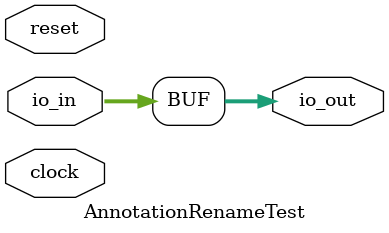
<source format=sv>
module AnnotationRenameTest(
  input        clock,
  input        reset,
  input  [7:0] io_in,
  output [7:0] io_out
);
  wire  _T_2 = ~reset; // @[VerificationSpec.scala 123:35]
  assign io_out = io_in; // @[VerificationSpec.scala 121:14]
  always @(posedge clock) begin
    `ifndef SYNTHESIS
    `ifdef PRINTF_COND
      if (`PRINTF_COND) begin
    `endif
        if (~reset & ~(io_in == 8'h1)) begin
          $fwrite(32'h80000002,
            "Assertion failed\n    at VerificationSpec.scala:123 val goodbye = chisel3.assert(io.in === 1.U)\n"); // @[VerificationSpec.scala 123:35]
        end
    `ifdef PRINTF_COND
      end
    `endif
    `endif // SYNTHESIS
    `ifndef SYNTHESIS
    `ifdef PRINTF_COND
      if (`PRINTF_COND) begin
    `endif
        if (_T_2 & ~(io_in != 8'h2)) begin
          $fwrite(32'h80000002,
            "Assumption failed\n    at VerificationSpec.scala:127 VerifAnnotation.annotate(chisel3.assume(io.in =/= 2.U).suggestName(\"howdy\"))\n"
            ); // @[VerificationSpec.scala 127:46]
        end
    `ifdef PRINTF_COND
      end
    `endif
    `endif // SYNTHESIS
  end
  always @(posedge clock) begin
    //
    if (~reset) begin
      assert(io_in == 8'h1); // @[VerificationSpec.scala 123:35]
    end
    //
    if (_T_2) begin
      assume(io_in != 8'h2); // @[VerificationSpec.scala 127:46]
    end
  end
endmodule

</source>
